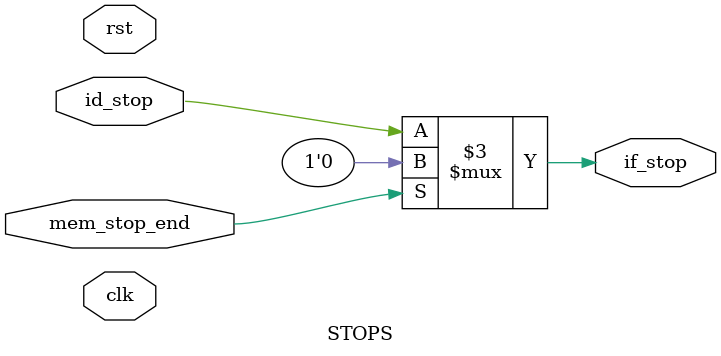
<source format=v>
/******************************************************************************
*   
*   文件名称：ex.v
*   文件说明：这个文件是GeMIPS的暂停流水线的模块
* 
*   作者：葛启丰
*   时间：2020-07-28
*   
*   这里，主要是接受LW与LB指令的ID级的暂停信号，然后使得在IF以前的信号全部暂停，直到成功加载信号
*
******************************************************************************/

module STOPS (
           input    wire    clk,            ///< 时钟信号
           input    wire    rst,

           input    wire    id_stop,        ///< 来自ID级别的暂停信号   1代表暂停，0代表不暂停
           input    wire    mem_stop_end,   ///< 来自MEM级别的暂停信号  0代表继续保持当前的状态，1代表停止暂停（继续流水线）

           output   reg     if_stop         ///< 传递给IF级别的暂停信号 1代表暂停，0代表不暂停

       );

always @(*) begin
    if(mem_stop_end) begin
        if_stop <= 1'b0;
    end
    else begin
        // if(id_stop) begin
        //     if_stop <= 1'b1;
        // end
        // else begin
        //     if_stop <= 1'b0;
        // end
        if_stop <= id_stop;
    end
end

endmodule

</source>
